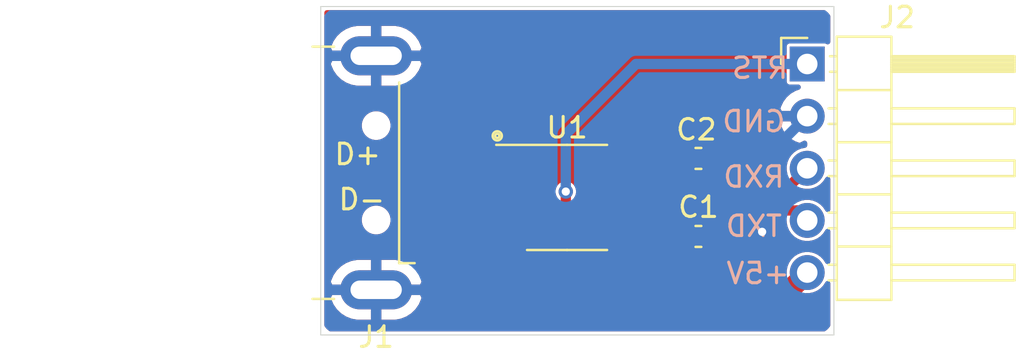
<source format=kicad_pcb>
(kicad_pcb (version 20171130) (host pcbnew "(5.1.9)-1")

  (general
    (thickness 1.6)
    (drawings 17)
    (tracks 36)
    (zones 0)
    (modules 5)
    (nets 9)
  )

  (page A4)
  (layers
    (0 F.Cu signal)
    (31 B.Cu signal)
    (32 B.Adhes user)
    (33 F.Adhes user)
    (34 B.Paste user)
    (35 F.Paste user)
    (36 B.SilkS user)
    (37 F.SilkS user)
    (38 B.Mask user)
    (39 F.Mask user)
    (40 Dwgs.User user)
    (41 Cmts.User user)
    (42 Eco1.User user)
    (43 Eco2.User user)
    (44 Edge.Cuts user)
    (45 Margin user)
    (46 B.CrtYd user)
    (47 F.CrtYd user)
    (48 B.Fab user hide)
    (49 F.Fab user hide)
  )

  (setup
    (last_trace_width 0.25)
    (user_trace_width 0.25)
    (user_trace_width 0.35)
    (user_trace_width 0.5)
    (user_trace_width 0.6)
    (user_trace_width 0.8)
    (user_trace_width 1)
    (user_trace_width 1.5)
    (user_trace_width 2)
    (trace_clearance 0.15)
    (zone_clearance 0.508)
    (zone_45_only no)
    (trace_min 0.15)
    (via_size 0.7)
    (via_drill 0.4)
    (via_min_size 0.4)
    (via_min_drill 0.3)
    (user_via 0.7 0.4)
    (user_via 0.8 0.5)
    (user_via 0.9 0.6)
    (user_via 1 0.7)
    (uvia_size 0.3)
    (uvia_drill 0.1)
    (uvias_allowed no)
    (uvia_min_size 0.2)
    (uvia_min_drill 0.1)
    (edge_width 0.05)
    (segment_width 0.2)
    (pcb_text_width 0.3)
    (pcb_text_size 1.5 1.5)
    (mod_edge_width 0.12)
    (mod_text_size 1 1)
    (mod_text_width 0.15)
    (pad_size 1.524 1.524)
    (pad_drill 0.762)
    (pad_to_mask_clearance 0.05)
    (solder_mask_min_width 0.1)
    (aux_axis_origin 0 0)
    (grid_origin 100 100)
    (visible_elements 7FFFFFFF)
    (pcbplotparams
      (layerselection 0x010fc_ffffffff)
      (usegerberextensions false)
      (usegerberattributes true)
      (usegerberadvancedattributes true)
      (creategerberjobfile true)
      (excludeedgelayer true)
      (linewidth 0.100000)
      (plotframeref false)
      (viasonmask false)
      (mode 1)
      (useauxorigin false)
      (hpglpennumber 1)
      (hpglpenspeed 20)
      (hpglpendiameter 15.000000)
      (psnegative false)
      (psa4output false)
      (plotreference true)
      (plotvalue true)
      (plotinvisibletext false)
      (padsonsilk false)
      (subtractmaskfromsilk false)
      (outputformat 1)
      (mirror false)
      (drillshape 0)
      (scaleselection 1)
      (outputdirectory "gerber/"))
  )

  (net 0 "")
  (net 1 GND)
  (net 2 +5V)
  (net 3 /TXD)
  (net 4 /RXD)
  (net 5 /D-)
  (net 6 /D+)
  (net 7 /RTS)
  (net 8 /V3)

  (net_class Default "This is the default net class."
    (clearance 0.15)
    (trace_width 0.25)
    (via_dia 0.7)
    (via_drill 0.4)
    (uvia_dia 0.3)
    (uvia_drill 0.1)
    (diff_pair_width 0.254)
    (diff_pair_gap 0.15)
    (add_net +5V)
    (add_net /D+)
    (add_net /D-)
    (add_net /RTS)
    (add_net /RXD)
    (add_net /TXD)
    (add_net /V3)
    (add_net GND)
  )

  (module Package_SO:SOIC-8_3.9x4.9mm_P1.27mm (layer F.Cu) (tedit 5D9F72B1) (tstamp 603863D8)
    (at 112 93.3)
    (descr "SOIC, 8 Pin (JEDEC MS-012AA, https://www.analog.com/media/en/package-pcb-resources/package/pkg_pdf/soic_narrow-r/r_8.pdf), generated with kicad-footprint-generator ipc_gullwing_generator.py")
    (tags "SOIC SO")
    (path /6033338E)
    (attr smd)
    (fp_text reference U1 (at 0 -3.4) (layer F.SilkS)
      (effects (font (size 1 1) (thickness 0.15)))
    )
    (fp_text value CH330N (at 0 3.4) (layer F.Fab)
      (effects (font (size 1 1) (thickness 0.15)))
    )
    (fp_line (start 3.7 -2.7) (end -3.7 -2.7) (layer F.CrtYd) (width 0.05))
    (fp_line (start 3.7 2.7) (end 3.7 -2.7) (layer F.CrtYd) (width 0.05))
    (fp_line (start -3.7 2.7) (end 3.7 2.7) (layer F.CrtYd) (width 0.05))
    (fp_line (start -3.7 -2.7) (end -3.7 2.7) (layer F.CrtYd) (width 0.05))
    (fp_line (start -1.95 -1.475) (end -0.975 -2.45) (layer F.Fab) (width 0.1))
    (fp_line (start -1.95 2.45) (end -1.95 -1.475) (layer F.Fab) (width 0.1))
    (fp_line (start 1.95 2.45) (end -1.95 2.45) (layer F.Fab) (width 0.1))
    (fp_line (start 1.95 -2.45) (end 1.95 2.45) (layer F.Fab) (width 0.1))
    (fp_line (start -0.975 -2.45) (end 1.95 -2.45) (layer F.Fab) (width 0.1))
    (fp_line (start 0 -2.56) (end -3.45 -2.56) (layer F.SilkS) (width 0.12))
    (fp_line (start 0 -2.56) (end 1.95 -2.56) (layer F.SilkS) (width 0.12))
    (fp_line (start 0 2.56) (end -1.95 2.56) (layer F.SilkS) (width 0.12))
    (fp_line (start 0 2.56) (end 1.95 2.56) (layer F.SilkS) (width 0.12))
    (fp_text user %R (at 0 0) (layer F.Fab)
      (effects (font (size 0.98 0.98) (thickness 0.15)))
    )
    (pad 8 smd roundrect (at 2.475 -1.905) (size 1.95 0.6) (layers F.Cu F.Paste F.Mask) (roundrect_rratio 0.25)
      (net 8 /V3))
    (pad 7 smd roundrect (at 2.475 -0.635) (size 1.95 0.6) (layers F.Cu F.Paste F.Mask) (roundrect_rratio 0.25)
      (net 4 /RXD))
    (pad 6 smd roundrect (at 2.475 0.635) (size 1.95 0.6) (layers F.Cu F.Paste F.Mask) (roundrect_rratio 0.25)
      (net 3 /TXD))
    (pad 5 smd roundrect (at 2.475 1.905) (size 1.95 0.6) (layers F.Cu F.Paste F.Mask) (roundrect_rratio 0.25)
      (net 2 +5V))
    (pad 4 smd roundrect (at -2.475 1.905) (size 1.95 0.6) (layers F.Cu F.Paste F.Mask) (roundrect_rratio 0.25)
      (net 7 /RTS))
    (pad 3 smd roundrect (at -2.475 0.635) (size 1.95 0.6) (layers F.Cu F.Paste F.Mask) (roundrect_rratio 0.25)
      (net 1 GND))
    (pad 2 smd roundrect (at -2.475 -0.635) (size 1.95 0.6) (layers F.Cu F.Paste F.Mask) (roundrect_rratio 0.25)
      (net 5 /D-))
    (pad 1 smd roundrect (at -2.475 -1.905) (size 1.95 0.6) (layers F.Cu F.Paste F.Mask) (roundrect_rratio 0.25)
      (net 6 /D+))
    (model ${KISYS3DMOD}/Package_SO.3dshapes/SOIC-8_3.9x4.9mm_P1.27mm.wrl
      (at (xyz 0 0 0))
      (scale (xyz 1 1 1))
      (rotate (xyz 0 0 0))
    )
  )

  (module Connector_PinHeader_2.54mm:PinHeader_1x05_P2.54mm_Horizontal (layer F.Cu) (tedit 59FED5CB) (tstamp 603863BE)
    (at 123.7 86.8)
    (descr "Through hole angled pin header, 1x05, 2.54mm pitch, 6mm pin length, single row")
    (tags "Through hole angled pin header THT 1x05 2.54mm single row")
    (path /6030F9A9)
    (fp_text reference J2 (at 4.385 -2.27) (layer F.SilkS)
      (effects (font (size 1 1) (thickness 0.15)))
    )
    (fp_text value Conn_01x05 (at 4.385 12.43) (layer F.Fab)
      (effects (font (size 1 1) (thickness 0.15)))
    )
    (fp_line (start 10.55 -1.8) (end -1.8 -1.8) (layer F.CrtYd) (width 0.05))
    (fp_line (start 10.55 11.95) (end 10.55 -1.8) (layer F.CrtYd) (width 0.05))
    (fp_line (start -1.8 11.95) (end 10.55 11.95) (layer F.CrtYd) (width 0.05))
    (fp_line (start -1.8 -1.8) (end -1.8 11.95) (layer F.CrtYd) (width 0.05))
    (fp_line (start -1.27 -1.27) (end 0 -1.27) (layer F.SilkS) (width 0.12))
    (fp_line (start -1.27 0) (end -1.27 -1.27) (layer F.SilkS) (width 0.12))
    (fp_line (start 1.042929 10.54) (end 1.44 10.54) (layer F.SilkS) (width 0.12))
    (fp_line (start 1.042929 9.78) (end 1.44 9.78) (layer F.SilkS) (width 0.12))
    (fp_line (start 10.1 10.54) (end 4.1 10.54) (layer F.SilkS) (width 0.12))
    (fp_line (start 10.1 9.78) (end 10.1 10.54) (layer F.SilkS) (width 0.12))
    (fp_line (start 4.1 9.78) (end 10.1 9.78) (layer F.SilkS) (width 0.12))
    (fp_line (start 1.44 8.89) (end 4.1 8.89) (layer F.SilkS) (width 0.12))
    (fp_line (start 1.042929 8) (end 1.44 8) (layer F.SilkS) (width 0.12))
    (fp_line (start 1.042929 7.24) (end 1.44 7.24) (layer F.SilkS) (width 0.12))
    (fp_line (start 10.1 8) (end 4.1 8) (layer F.SilkS) (width 0.12))
    (fp_line (start 10.1 7.24) (end 10.1 8) (layer F.SilkS) (width 0.12))
    (fp_line (start 4.1 7.24) (end 10.1 7.24) (layer F.SilkS) (width 0.12))
    (fp_line (start 1.44 6.35) (end 4.1 6.35) (layer F.SilkS) (width 0.12))
    (fp_line (start 1.042929 5.46) (end 1.44 5.46) (layer F.SilkS) (width 0.12))
    (fp_line (start 1.042929 4.7) (end 1.44 4.7) (layer F.SilkS) (width 0.12))
    (fp_line (start 10.1 5.46) (end 4.1 5.46) (layer F.SilkS) (width 0.12))
    (fp_line (start 10.1 4.7) (end 10.1 5.46) (layer F.SilkS) (width 0.12))
    (fp_line (start 4.1 4.7) (end 10.1 4.7) (layer F.SilkS) (width 0.12))
    (fp_line (start 1.44 3.81) (end 4.1 3.81) (layer F.SilkS) (width 0.12))
    (fp_line (start 1.042929 2.92) (end 1.44 2.92) (layer F.SilkS) (width 0.12))
    (fp_line (start 1.042929 2.16) (end 1.44 2.16) (layer F.SilkS) (width 0.12))
    (fp_line (start 10.1 2.92) (end 4.1 2.92) (layer F.SilkS) (width 0.12))
    (fp_line (start 10.1 2.16) (end 10.1 2.92) (layer F.SilkS) (width 0.12))
    (fp_line (start 4.1 2.16) (end 10.1 2.16) (layer F.SilkS) (width 0.12))
    (fp_line (start 1.44 1.27) (end 4.1 1.27) (layer F.SilkS) (width 0.12))
    (fp_line (start 1.11 0.38) (end 1.44 0.38) (layer F.SilkS) (width 0.12))
    (fp_line (start 1.11 -0.38) (end 1.44 -0.38) (layer F.SilkS) (width 0.12))
    (fp_line (start 4.1 0.28) (end 10.1 0.28) (layer F.SilkS) (width 0.12))
    (fp_line (start 4.1 0.16) (end 10.1 0.16) (layer F.SilkS) (width 0.12))
    (fp_line (start 4.1 0.04) (end 10.1 0.04) (layer F.SilkS) (width 0.12))
    (fp_line (start 4.1 -0.08) (end 10.1 -0.08) (layer F.SilkS) (width 0.12))
    (fp_line (start 4.1 -0.2) (end 10.1 -0.2) (layer F.SilkS) (width 0.12))
    (fp_line (start 4.1 -0.32) (end 10.1 -0.32) (layer F.SilkS) (width 0.12))
    (fp_line (start 10.1 0.38) (end 4.1 0.38) (layer F.SilkS) (width 0.12))
    (fp_line (start 10.1 -0.38) (end 10.1 0.38) (layer F.SilkS) (width 0.12))
    (fp_line (start 4.1 -0.38) (end 10.1 -0.38) (layer F.SilkS) (width 0.12))
    (fp_line (start 4.1 -1.33) (end 1.44 -1.33) (layer F.SilkS) (width 0.12))
    (fp_line (start 4.1 11.49) (end 4.1 -1.33) (layer F.SilkS) (width 0.12))
    (fp_line (start 1.44 11.49) (end 4.1 11.49) (layer F.SilkS) (width 0.12))
    (fp_line (start 1.44 -1.33) (end 1.44 11.49) (layer F.SilkS) (width 0.12))
    (fp_line (start 4.04 10.48) (end 10.04 10.48) (layer F.Fab) (width 0.1))
    (fp_line (start 10.04 9.84) (end 10.04 10.48) (layer F.Fab) (width 0.1))
    (fp_line (start 4.04 9.84) (end 10.04 9.84) (layer F.Fab) (width 0.1))
    (fp_line (start -0.32 10.48) (end 1.5 10.48) (layer F.Fab) (width 0.1))
    (fp_line (start -0.32 9.84) (end -0.32 10.48) (layer F.Fab) (width 0.1))
    (fp_line (start -0.32 9.84) (end 1.5 9.84) (layer F.Fab) (width 0.1))
    (fp_line (start 4.04 7.94) (end 10.04 7.94) (layer F.Fab) (width 0.1))
    (fp_line (start 10.04 7.3) (end 10.04 7.94) (layer F.Fab) (width 0.1))
    (fp_line (start 4.04 7.3) (end 10.04 7.3) (layer F.Fab) (width 0.1))
    (fp_line (start -0.32 7.94) (end 1.5 7.94) (layer F.Fab) (width 0.1))
    (fp_line (start -0.32 7.3) (end -0.32 7.94) (layer F.Fab) (width 0.1))
    (fp_line (start -0.32 7.3) (end 1.5 7.3) (layer F.Fab) (width 0.1))
    (fp_line (start 4.04 5.4) (end 10.04 5.4) (layer F.Fab) (width 0.1))
    (fp_line (start 10.04 4.76) (end 10.04 5.4) (layer F.Fab) (width 0.1))
    (fp_line (start 4.04 4.76) (end 10.04 4.76) (layer F.Fab) (width 0.1))
    (fp_line (start -0.32 5.4) (end 1.5 5.4) (layer F.Fab) (width 0.1))
    (fp_line (start -0.32 4.76) (end -0.32 5.4) (layer F.Fab) (width 0.1))
    (fp_line (start -0.32 4.76) (end 1.5 4.76) (layer F.Fab) (width 0.1))
    (fp_line (start 4.04 2.86) (end 10.04 2.86) (layer F.Fab) (width 0.1))
    (fp_line (start 10.04 2.22) (end 10.04 2.86) (layer F.Fab) (width 0.1))
    (fp_line (start 4.04 2.22) (end 10.04 2.22) (layer F.Fab) (width 0.1))
    (fp_line (start -0.32 2.86) (end 1.5 2.86) (layer F.Fab) (width 0.1))
    (fp_line (start -0.32 2.22) (end -0.32 2.86) (layer F.Fab) (width 0.1))
    (fp_line (start -0.32 2.22) (end 1.5 2.22) (layer F.Fab) (width 0.1))
    (fp_line (start 4.04 0.32) (end 10.04 0.32) (layer F.Fab) (width 0.1))
    (fp_line (start 10.04 -0.32) (end 10.04 0.32) (layer F.Fab) (width 0.1))
    (fp_line (start 4.04 -0.32) (end 10.04 -0.32) (layer F.Fab) (width 0.1))
    (fp_line (start -0.32 0.32) (end 1.5 0.32) (layer F.Fab) (width 0.1))
    (fp_line (start -0.32 -0.32) (end -0.32 0.32) (layer F.Fab) (width 0.1))
    (fp_line (start -0.32 -0.32) (end 1.5 -0.32) (layer F.Fab) (width 0.1))
    (fp_line (start 1.5 -0.635) (end 2.135 -1.27) (layer F.Fab) (width 0.1))
    (fp_line (start 1.5 11.43) (end 1.5 -0.635) (layer F.Fab) (width 0.1))
    (fp_line (start 4.04 11.43) (end 1.5 11.43) (layer F.Fab) (width 0.1))
    (fp_line (start 4.04 -1.27) (end 4.04 11.43) (layer F.Fab) (width 0.1))
    (fp_line (start 2.135 -1.27) (end 4.04 -1.27) (layer F.Fab) (width 0.1))
    (fp_text user %R (at 2.77 5.08 90) (layer F.Fab)
      (effects (font (size 1 1) (thickness 0.15)))
    )
    (pad 5 thru_hole oval (at 0 10.16) (size 1.7 1.7) (drill 1) (layers *.Cu *.Mask)
      (net 2 +5V))
    (pad 4 thru_hole oval (at 0 7.62) (size 1.7 1.7) (drill 1) (layers *.Cu *.Mask)
      (net 3 /TXD))
    (pad 3 thru_hole oval (at 0 5.08) (size 1.7 1.7) (drill 1) (layers *.Cu *.Mask)
      (net 4 /RXD))
    (pad 2 thru_hole oval (at 0 2.54) (size 1.7 1.7) (drill 1) (layers *.Cu *.Mask)
      (net 1 GND))
    (pad 1 thru_hole rect (at 0 0) (size 1.7 1.7) (drill 1) (layers *.Cu *.Mask)
      (net 7 /RTS))
    (model ${KISYS3DMOD}/Connector_PinHeader_2.54mm.3dshapes/PinHeader_1x05_P2.54mm_Horizontal.wrl
      (at (xyz 0 0 0))
      (scale (xyz 1 1 1))
      (rotate (xyz 0 0 0))
    )
  )

  (module Connector_USB:USB_A_CNCTech_1001-011-01101_Horizontal (layer F.Cu) (tedit 5E754393) (tstamp 60386364)
    (at 95.8 92.1 180)
    (descr "USB type A Plug, Horizontal, http://cnctech.us/pdfs/1001-011-01101.pdf")
    (tags USB-A)
    (path /603092AE)
    (attr smd)
    (fp_text reference J1 (at -6.9 -8) (layer F.SilkS)
      (effects (font (size 1 1) (thickness 0.15)))
    )
    (fp_text value USB_A (at 0 8 180) (layer F.Fab)
      (effects (font (size 1 1) (thickness 0.15)))
    )
    (fp_line (start -7.25 -4) (end -7.25 -3.05) (layer F.Fab) (width 0.1))
    (fp_line (start -7.75 -3.5) (end -7.25 -4) (layer F.Fab) (width 0.1))
    (fp_line (start -7.75 -3.5) (end -7.25 -3) (layer F.Fab) (width 0.1))
    (fp_line (start -8.02 -4.4) (end -8.775 -4.4) (layer F.SilkS) (width 0.12))
    (fp_line (start -11.4 4.55) (end -9.15 4.55) (layer F.CrtYd) (width 0.05))
    (fp_line (start -9.15 4.55) (end -9.15 7.15) (layer F.CrtYd) (width 0.05))
    (fp_line (start -9.15 7.15) (end -4.65 7.15) (layer F.CrtYd) (width 0.05))
    (fp_line (start -4.65 7.15) (end -4.65 6.52) (layer F.CrtYd) (width 0.05))
    (fp_line (start -4.65 6.52) (end 11.4 6.52) (layer F.CrtYd) (width 0.05))
    (fp_line (start 11.4 6.52) (end 11.4 -6.52) (layer F.CrtYd) (width 0.05))
    (fp_line (start -4.65 -6.52) (end 11.4 -6.52) (layer F.CrtYd) (width 0.05))
    (fp_line (start -4.65 -6.52) (end -4.65 -7.15) (layer F.CrtYd) (width 0.05))
    (fp_line (start -9.15 -7.15) (end -4.65 -7.15) (layer F.CrtYd) (width 0.05))
    (fp_line (start -9.15 -7.15) (end -9.15 -4.55) (layer F.CrtYd) (width 0.05))
    (fp_line (start -11.4 -4.55) (end -9.15 -4.55) (layer F.CrtYd) (width 0.05))
    (fp_line (start -11.4 4.55) (end -11.4 -4.55) (layer F.CrtYd) (width 0.05))
    (fp_line (start -4.85 6.145) (end -3.8 6.145) (layer F.SilkS) (width 0.12))
    (fp_line (start -4.85 -6.145) (end -3.8 -6.145) (layer F.SilkS) (width 0.12))
    (fp_line (start -3.8 6.025) (end -3.8 -6.025) (layer Dwgs.User) (width 0.1))
    (fp_line (start -8.02 -4.4) (end -8.02 4.4) (layer F.SilkS) (width 0.12))
    (fp_circle (center -6.9 2.3) (end -6.9 2.8) (layer F.Fab) (width 0.1))
    (fp_circle (center -6.9 -2.3) (end -6.9 -2.8) (layer F.Fab) (width 0.1))
    (fp_line (start -10.4 -3.25) (end -7.9 -3.25) (layer F.Fab) (width 0.1))
    (fp_line (start -10.4 -3.25) (end -10.4 -3.75) (layer F.Fab) (width 0.1))
    (fp_line (start -10.4 -3.75) (end -7.9 -3.75) (layer F.Fab) (width 0.1))
    (fp_line (start -10.4 -1.25) (end -7.9 -1.25) (layer F.Fab) (width 0.1))
    (fp_line (start -10.4 -0.75) (end -7.9 -0.75) (layer F.Fab) (width 0.1))
    (fp_line (start -10.4 -0.75) (end -10.4 -1.25) (layer F.Fab) (width 0.1))
    (fp_line (start -10.4 1.25) (end -7.9 1.25) (layer F.Fab) (width 0.1))
    (fp_line (start -10.4 1.25) (end -10.4 0.75) (layer F.Fab) (width 0.1))
    (fp_line (start -10.4 0.75) (end -7.9 0.75) (layer F.Fab) (width 0.1))
    (fp_line (start -10.4 3.75) (end -7.9 3.75) (layer F.Fab) (width 0.1))
    (fp_line (start -10.4 3.25) (end -7.9 3.25) (layer F.Fab) (width 0.1))
    (fp_line (start -10.4 3.75) (end -10.4 3.25) (layer F.Fab) (width 0.1))
    (fp_line (start 10.9 6.025) (end 10.9 -6.025) (layer F.Fab) (width 0.1))
    (fp_line (start -7.9 6.025) (end 10.9 6.025) (layer F.Fab) (width 0.1))
    (fp_line (start -7.9 -6.025) (end 10.9 -6.025) (layer F.Fab) (width 0.1))
    (fp_line (start -7.9 6.025) (end -7.9 -6.025) (layer F.Fab) (width 0.1))
    (fp_text user %R (at -6 0 90) (layer F.Fab)
      (effects (font (size 1 1) (thickness 0.15)))
    )
    (fp_text user "PCB Edge" (at -4.55 -0.05 90) (layer Dwgs.User)
      (effects (font (size 0.6 0.6) (thickness 0.09)))
    )
    (pad "" np_thru_hole circle (at -6.9 2.3 180) (size 1.1 1.1) (drill 1.1) (layers *.Cu *.Mask))
    (pad "" np_thru_hole circle (at -6.9 -2.3 180) (size 1.1 1.1) (drill 1.1) (layers *.Cu *.Mask))
    (pad 5 thru_hole oval (at -6.9 5.7 180) (size 3.5 1.9) (drill oval 2.5 0.9) (layers *.Cu *.Mask)
      (net 1 GND))
    (pad 5 thru_hole oval (at -6.9 -5.7 180) (size 3.5 1.9) (drill oval 2.5 0.9) (layers *.Cu *.Mask)
      (net 1 GND))
    (pad 4 smd rect (at -9.65 3.5 180) (size 2.5 1.1) (layers F.Cu F.Paste F.Mask)
      (net 1 GND))
    (pad 1 smd rect (at -9.65 -3.5 180) (size 2.5 1.1) (layers F.Cu F.Paste F.Mask)
      (net 2 +5V))
    (pad 3 smd rect (at -9.65 1 180) (size 2.5 1.1) (layers F.Cu F.Paste F.Mask)
      (net 6 /D+))
    (pad 2 smd rect (at -9.65 -1 180) (size 2.5 1.1) (layers F.Cu F.Paste F.Mask)
      (net 5 /D-))
    (model ${KISYS3DMOD}/Connector_USB.3dshapes/USB_A_CNCTech_1001-011-01101_Horizontal.wrl
      (at (xyz 0 0 0))
      (scale (xyz 1 1 1))
      (rotate (xyz 0 0 0))
    )
  )

  (module Capacitor_SMD:C_0603_1608Metric (layer F.Cu) (tedit 5F68FEEE) (tstamp 60386330)
    (at 118.4 91.4)
    (descr "Capacitor SMD 0603 (1608 Metric), square (rectangular) end terminal, IPC_7351 nominal, (Body size source: IPC-SM-782 page 76, https://www.pcb-3d.com/wordpress/wp-content/uploads/ipc-sm-782a_amendment_1_and_2.pdf), generated with kicad-footprint-generator")
    (tags capacitor)
    (path /6030B10E)
    (attr smd)
    (fp_text reference C2 (at -0.1 -1.4) (layer F.SilkS)
      (effects (font (size 1 1) (thickness 0.15)))
    )
    (fp_text value 104 (at 0 1.43) (layer F.Fab)
      (effects (font (size 1 1) (thickness 0.15)))
    )
    (fp_line (start 1.48 0.73) (end -1.48 0.73) (layer F.CrtYd) (width 0.05))
    (fp_line (start 1.48 -0.73) (end 1.48 0.73) (layer F.CrtYd) (width 0.05))
    (fp_line (start -1.48 -0.73) (end 1.48 -0.73) (layer F.CrtYd) (width 0.05))
    (fp_line (start -1.48 0.73) (end -1.48 -0.73) (layer F.CrtYd) (width 0.05))
    (fp_line (start -0.14058 0.51) (end 0.14058 0.51) (layer F.SilkS) (width 0.12))
    (fp_line (start -0.14058 -0.51) (end 0.14058 -0.51) (layer F.SilkS) (width 0.12))
    (fp_line (start 0.8 0.4) (end -0.8 0.4) (layer F.Fab) (width 0.1))
    (fp_line (start 0.8 -0.4) (end 0.8 0.4) (layer F.Fab) (width 0.1))
    (fp_line (start -0.8 -0.4) (end 0.8 -0.4) (layer F.Fab) (width 0.1))
    (fp_line (start -0.8 0.4) (end -0.8 -0.4) (layer F.Fab) (width 0.1))
    (fp_text user %R (at 0 0) (layer F.Fab)
      (effects (font (size 0.4 0.4) (thickness 0.06)))
    )
    (pad 2 smd roundrect (at 0.775 0) (size 0.9 0.95) (layers F.Cu F.Paste F.Mask) (roundrect_rratio 0.25)
      (net 1 GND))
    (pad 1 smd roundrect (at -0.775 0) (size 0.9 0.95) (layers F.Cu F.Paste F.Mask) (roundrect_rratio 0.25)
      (net 8 /V3))
    (model ${KISYS3DMOD}/Capacitor_SMD.3dshapes/C_0603_1608Metric.wrl
      (at (xyz 0 0 0))
      (scale (xyz 1 1 1))
      (rotate (xyz 0 0 0))
    )
  )

  (module Capacitor_SMD:C_0603_1608Metric (layer F.Cu) (tedit 5F68FEEE) (tstamp 6038631F)
    (at 118.4 95.2)
    (descr "Capacitor SMD 0603 (1608 Metric), square (rectangular) end terminal, IPC_7351 nominal, (Body size source: IPC-SM-782 page 76, https://www.pcb-3d.com/wordpress/wp-content/uploads/ipc-sm-782a_amendment_1_and_2.pdf), generated with kicad-footprint-generator")
    (tags capacitor)
    (path /6030BABB)
    (attr smd)
    (fp_text reference C1 (at 0 -1.43) (layer F.SilkS)
      (effects (font (size 1 1) (thickness 0.15)))
    )
    (fp_text value 104 (at 0 1.43) (layer F.Fab)
      (effects (font (size 1 1) (thickness 0.15)))
    )
    (fp_line (start 1.48 0.73) (end -1.48 0.73) (layer F.CrtYd) (width 0.05))
    (fp_line (start 1.48 -0.73) (end 1.48 0.73) (layer F.CrtYd) (width 0.05))
    (fp_line (start -1.48 -0.73) (end 1.48 -0.73) (layer F.CrtYd) (width 0.05))
    (fp_line (start -1.48 0.73) (end -1.48 -0.73) (layer F.CrtYd) (width 0.05))
    (fp_line (start -0.14058 0.51) (end 0.14058 0.51) (layer F.SilkS) (width 0.12))
    (fp_line (start -0.14058 -0.51) (end 0.14058 -0.51) (layer F.SilkS) (width 0.12))
    (fp_line (start 0.8 0.4) (end -0.8 0.4) (layer F.Fab) (width 0.1))
    (fp_line (start 0.8 -0.4) (end 0.8 0.4) (layer F.Fab) (width 0.1))
    (fp_line (start -0.8 -0.4) (end 0.8 -0.4) (layer F.Fab) (width 0.1))
    (fp_line (start -0.8 0.4) (end -0.8 -0.4) (layer F.Fab) (width 0.1))
    (fp_text user %R (at 0 0) (layer F.Fab)
      (effects (font (size 0.4 0.4) (thickness 0.06)))
    )
    (pad 2 smd roundrect (at 0.775 0) (size 0.9 0.95) (layers F.Cu F.Paste F.Mask) (roundrect_rratio 0.25)
      (net 1 GND))
    (pad 1 smd roundrect (at -0.775 0) (size 0.9 0.95) (layers F.Cu F.Paste F.Mask) (roundrect_rratio 0.25)
      (net 2 +5V))
    (model ${KISYS3DMOD}/Capacitor_SMD.3dshapes/C_0603_1608Metric.wrl
      (at (xyz 0 0 0))
      (scale (xyz 1 1 1))
      (rotate (xyz 0 0 0))
    )
  )

  (gr_circle (center 108.6 90.3) (end 108.6 90.2) (layer F.SilkS) (width 0.12))
  (gr_circle (center 108.6 90.3) (end 108.8 90.2) (layer F.SilkS) (width 0.12))
  (gr_text D- (at 102 93.4) (layer F.SilkS)
    (effects (font (size 1 1) (thickness 0.15)))
  )
  (gr_text "D+\n" (at 101.8 91.2) (layer F.SilkS)
    (effects (font (size 1 1) (thickness 0.15)))
  )
  (gr_text +5V (at 121.3 97) (layer B.SilkS)
    (effects (font (size 1 1) (thickness 0.15)) (justify mirror))
  )
  (gr_text TXD (at 121.1 94.7) (layer B.SilkS)
    (effects (font (size 1 1) (thickness 0.15)) (justify mirror))
  )
  (gr_text RXD (at 121.1 92.3) (layer B.SilkS)
    (effects (font (size 1 1) (thickness 0.15)) (justify mirror))
  )
  (gr_text "GND\n" (at 121.1 89.6) (layer B.SilkS)
    (effects (font (size 1 1) (thickness 0.15)) (justify mirror))
  )
  (gr_text RTS (at 121.4 87) (layer B.SilkS)
    (effects (font (size 1 1) (thickness 0.15)) (justify mirror))
  )
  (gr_line (start 100.3 84.3) (end 100.3 99.7) (layer Margin) (width 0.15) (tstamp 6031435E))
  (gr_line (start 124.7 84.3) (end 100.3 84.3) (layer Margin) (width 0.15))
  (gr_line (start 124.7 99.7) (end 124.7 84.3) (layer Margin) (width 0.15))
  (gr_line (start 100 84) (end 100 100) (layer Edge.Cuts) (width 0.05) (tstamp 6030B8FD))
  (gr_line (start 100.3 99.7) (end 124.7 99.7) (layer Margin) (width 0.15))
  (gr_line (start 125 84) (end 100 84) (layer Edge.Cuts) (width 0.05))
  (gr_line (start 125 100) (end 125 84) (layer Edge.Cuts) (width 0.05))
  (gr_line (start 100 100) (end 125 100) (layer Edge.Cuts) (width 0.05))

  (via (at 121.502699 94.975504) (size 0.7) (drill 0.4) (layers F.Cu B.Cu) (net 1))
  (segment (start 119.399496 94.975504) (end 121.502699 94.975504) (width 0.5) (layer F.Cu) (net 1))
  (segment (start 119.175 95.2) (end 119.399496 94.975504) (width 0.5) (layer F.Cu) (net 1))
  (segment (start 121.502699 91.537301) (end 123.7 89.34) (width 0.5) (layer B.Cu) (net 1))
  (segment (start 121.502699 94.975504) (end 121.502699 91.537301) (width 0.5) (layer B.Cu) (net 1))
  (segment (start 105.45 95.6) (end 105.45 96.65) (width 1) (layer F.Cu) (net 2))
  (segment (start 105.45 96.65) (end 107.2 98.4) (width 1) (layer F.Cu) (net 2))
  (segment (start 122.26 98.4) (end 123.7 96.96) (width 1) (layer F.Cu) (net 2))
  (segment (start 117.6 98.4) (end 122.26 98.4) (width 1) (layer F.Cu) (net 2))
  (segment (start 107.2 98.4) (end 117.6 98.4) (width 1) (layer F.Cu) (net 2))
  (segment (start 117.62 95.205) (end 117.625 95.2) (width 0.6) (layer F.Cu) (net 2))
  (segment (start 114.475 95.205) (end 117.62 95.205) (width 0.6) (layer F.Cu) (net 2))
  (segment (start 117.625 98.375) (end 117.6 98.4) (width 0.5) (layer F.Cu) (net 2))
  (segment (start 117.625 95.2) (end 117.625 98.375) (width 0.5) (layer F.Cu) (net 2))
  (segment (start 123.215 93.935) (end 123.7 94.42) (width 0.5) (layer F.Cu) (net 3))
  (segment (start 114.475 93.935) (end 123.215 93.935) (width 0.5) (layer F.Cu) (net 3))
  (segment (start 122.915 92.665) (end 123.7 91.88) (width 0.5) (layer F.Cu) (net 4))
  (segment (start 114.475 92.665) (end 122.915 92.665) (width 0.5) (layer F.Cu) (net 4))
  (segment (start 109.49 92.7) (end 109.525 92.665) (width 0.254) (layer F.Cu) (net 5))
  (segment (start 105.85 92.7) (end 109.49 92.7) (width 0.254) (layer F.Cu) (net 5))
  (segment (start 105.45 93.1) (end 105.85 92.7) (width 0.254) (layer F.Cu) (net 5))
  (segment (start 105.45 91.1) (end 105.9 91.1) (width 0.35) (layer F.Cu) (net 6))
  (segment (start 108.829171 91.395) (end 109.525 91.395) (width 0.254) (layer F.Cu) (net 6))
  (segment (start 105.85 91.5) (end 108.724171 91.5) (width 0.254) (layer F.Cu) (net 6))
  (segment (start 108.724171 91.5) (end 108.829171 91.395) (width 0.254) (layer F.Cu) (net 6))
  (segment (start 105.45 91.1) (end 105.85 91.5) (width 0.254) (layer F.Cu) (net 6))
  (segment (start 123.6 86.7) (end 123.7 86.8) (width 0.6) (layer F.Cu) (net 7))
  (via (at 111.938 93.015) (size 0.7) (drill 0.4) (layers F.Cu B.Cu) (net 7))
  (segment (start 111.938 93.767) (end 111.938 93.015) (width 0.5) (layer F.Cu) (net 7))
  (segment (start 110.5 95.205) (end 111.938 93.767) (width 0.5) (layer F.Cu) (net 7))
  (segment (start 109.525 95.205) (end 110.5 95.205) (width 0.5) (layer F.Cu) (net 7))
  (segment (start 115.359 86.8) (end 123.7 86.8) (width 0.5) (layer B.Cu) (net 7))
  (segment (start 111.938 90.221) (end 115.359 86.8) (width 0.5) (layer B.Cu) (net 7))
  (segment (start 111.938 93.015) (end 111.938 90.221) (width 0.5) (layer B.Cu) (net 7))
  (segment (start 117.62 91.395) (end 117.625 91.4) (width 0.6) (layer F.Cu) (net 8))
  (segment (start 114.475 91.395) (end 117.62 91.395) (width 0.6) (layer F.Cu) (net 8))

  (zone (net 1) (net_name GND) (layer F.Cu) (tstamp 6035168C) (hatch edge 0.508)
    (connect_pads (clearance 0.15))
    (min_thickness 0.254)
    (fill yes (arc_segments 32) (thermal_gap 0.508) (thermal_bridge_width 0.508) (smoothing fillet) (radius 1))
    (polygon
      (pts
        (xy 125 100) (xy 100 100) (xy 100 84) (xy 100.1 84.1) (xy 125 84)
      )
    )
    (filled_polygon
      (pts
        (xy 124.615627 84.385919) (xy 124.698001 84.485932) (xy 124.698001 85.715022) (xy 124.656516 85.692847) (xy 124.604301 85.677008)
        (xy 124.55 85.67166) (xy 122.85 85.67166) (xy 122.795699 85.677008) (xy 122.743484 85.692847) (xy 122.695363 85.718569)
        (xy 122.653184 85.753184) (xy 122.618569 85.795363) (xy 122.592847 85.843484) (xy 122.577008 85.895699) (xy 122.57166 85.95)
        (xy 122.57166 87.65) (xy 122.577008 87.704301) (xy 122.592847 87.756516) (xy 122.618569 87.804637) (xy 122.653184 87.846816)
        (xy 122.695363 87.881431) (xy 122.743484 87.907153) (xy 122.795699 87.922992) (xy 122.85 87.92834) (xy 123.259042 87.92834)
        (xy 123.068748 87.995843) (xy 122.818645 88.144822) (xy 122.602412 88.339731) (xy 122.428359 88.57308) (xy 122.303175 88.835901)
        (xy 122.258524 88.98311) (xy 122.379845 89.213) (xy 123.573 89.213) (xy 123.573 89.193) (xy 123.827 89.193)
        (xy 123.827 89.213) (xy 123.847 89.213) (xy 123.847 89.467) (xy 123.827 89.467) (xy 123.827 89.487)
        (xy 123.573 89.487) (xy 123.573 89.467) (xy 122.379845 89.467) (xy 122.258524 89.69689) (xy 122.303175 89.844099)
        (xy 122.428359 90.10692) (xy 122.602412 90.340269) (xy 122.818645 90.535178) (xy 123.068748 90.684157) (xy 123.343109 90.781481)
        (xy 123.572998 90.660815) (xy 123.572998 90.756183) (xy 123.371266 90.79631) (xy 123.166165 90.881266) (xy 122.981579 91.004602)
        (xy 122.824602 91.161579) (xy 122.701266 91.346165) (xy 122.61631 91.551266) (xy 122.573 91.769) (xy 122.573 91.991)
        (xy 122.60224 92.138) (xy 120.204442 92.138) (xy 120.214502 92.11918) (xy 120.250812 91.999482) (xy 120.263072 91.875)
        (xy 120.26 91.68575) (xy 120.10125 91.527) (xy 119.302 91.527) (xy 119.302 91.547) (xy 119.048 91.547)
        (xy 119.048 91.527) (xy 119.028 91.527) (xy 119.028 91.273) (xy 119.048 91.273) (xy 119.048 90.44875)
        (xy 119.302 90.44875) (xy 119.302 91.273) (xy 120.10125 91.273) (xy 120.26 91.11425) (xy 120.263072 90.925)
        (xy 120.250812 90.800518) (xy 120.214502 90.68082) (xy 120.155537 90.570506) (xy 120.076185 90.473815) (xy 119.979494 90.394463)
        (xy 119.86918 90.335498) (xy 119.749482 90.299188) (xy 119.625 90.286928) (xy 119.46075 90.29) (xy 119.302 90.44875)
        (xy 119.048 90.44875) (xy 118.88925 90.29) (xy 118.725 90.286928) (xy 118.600518 90.299188) (xy 118.48082 90.335498)
        (xy 118.370506 90.394463) (xy 118.273815 90.473815) (xy 118.194463 90.570506) (xy 118.135498 90.68082) (xy 118.121455 90.727113)
        (xy 118.04262 90.684974) (xy 117.948197 90.656332) (xy 117.85 90.64666) (xy 117.4 90.64666) (xy 117.301803 90.656332)
        (xy 117.20738 90.684974) (xy 117.120359 90.731488) (xy 117.044085 90.794085) (xy 117.024458 90.818) (xy 115.313606 90.818)
        (xy 115.3 90.81666) (xy 113.65 90.81666) (xy 113.566435 90.82489) (xy 113.486081 90.849265) (xy 113.412027 90.888848)
        (xy 113.347118 90.942118) (xy 113.293848 91.007027) (xy 113.254265 91.081081) (xy 113.22989 91.161435) (xy 113.22166 91.245)
        (xy 113.22166 91.545) (xy 113.22989 91.628565) (xy 113.254265 91.708919) (xy 113.293848 91.782973) (xy 113.347118 91.847882)
        (xy 113.412027 91.901152) (xy 113.486081 91.940735) (xy 113.566435 91.96511) (xy 113.65 91.97334) (xy 115.3 91.97334)
        (xy 115.313606 91.972) (xy 117.016251 91.972) (xy 117.044085 92.005915) (xy 117.120359 92.068512) (xy 117.20738 92.115026)
        (xy 117.283118 92.138) (xy 115.498969 92.138) (xy 115.463919 92.119265) (xy 115.383565 92.09489) (xy 115.3 92.08666)
        (xy 113.65 92.08666) (xy 113.566435 92.09489) (xy 113.486081 92.119265) (xy 113.412027 92.158848) (xy 113.347118 92.212118)
        (xy 113.293848 92.277027) (xy 113.254265 92.351081) (xy 113.22989 92.431435) (xy 113.22166 92.515) (xy 113.22166 92.815)
        (xy 113.22989 92.898565) (xy 113.254265 92.978919) (xy 113.293848 93.052973) (xy 113.347118 93.117882) (xy 113.412027 93.171152)
        (xy 113.486081 93.210735) (xy 113.566435 93.23511) (xy 113.65 93.24334) (xy 115.3 93.24334) (xy 115.383565 93.23511)
        (xy 115.463919 93.210735) (xy 115.498969 93.192) (xy 122.889119 93.192) (xy 122.915 93.194549) (xy 122.940881 93.192)
        (xy 123.01831 93.184374) (xy 123.11765 93.154239) (xy 123.209202 93.105304) (xy 123.289448 93.039448) (xy 123.305955 93.019334)
        (xy 123.364431 92.960859) (xy 123.371266 92.96369) (xy 123.589 93.007) (xy 123.811 93.007) (xy 124.028734 92.96369)
        (xy 124.233835 92.878734) (xy 124.418421 92.755398) (xy 124.575398 92.598421) (xy 124.698 92.414933) (xy 124.698 93.885067)
        (xy 124.575398 93.701579) (xy 124.418421 93.544602) (xy 124.233835 93.421266) (xy 124.028734 93.33631) (xy 123.811 93.293)
        (xy 123.589 93.293) (xy 123.371266 93.33631) (xy 123.201022 93.406828) (xy 123.189119 93.408) (xy 115.498969 93.408)
        (xy 115.463919 93.389265) (xy 115.383565 93.36489) (xy 115.3 93.35666) (xy 113.65 93.35666) (xy 113.566435 93.36489)
        (xy 113.486081 93.389265) (xy 113.412027 93.428848) (xy 113.347118 93.482118) (xy 113.293848 93.547027) (xy 113.254265 93.621081)
        (xy 113.22989 93.701435) (xy 113.22166 93.785) (xy 113.22166 94.085) (xy 113.22989 94.168565) (xy 113.254265 94.248919)
        (xy 113.293848 94.322973) (xy 113.347118 94.387882) (xy 113.412027 94.441152) (xy 113.486081 94.480735) (xy 113.566435 94.50511)
        (xy 113.65 94.51334) (xy 115.3 94.51334) (xy 115.383565 94.50511) (xy 115.463919 94.480735) (xy 115.498969 94.462)
        (xy 117.283118 94.462) (xy 117.20738 94.484974) (xy 117.120359 94.531488) (xy 117.044085 94.594085) (xy 117.016251 94.628)
        (xy 115.313606 94.628) (xy 115.3 94.62666) (xy 113.65 94.62666) (xy 113.566435 94.63489) (xy 113.486081 94.659265)
        (xy 113.412027 94.698848) (xy 113.347118 94.752118) (xy 113.293848 94.817027) (xy 113.254265 94.891081) (xy 113.22989 94.971435)
        (xy 113.22166 95.055) (xy 113.22166 95.355) (xy 113.22989 95.438565) (xy 113.254265 95.518919) (xy 113.293848 95.592973)
        (xy 113.347118 95.657882) (xy 113.412027 95.711152) (xy 113.486081 95.750735) (xy 113.566435 95.77511) (xy 113.65 95.78334)
        (xy 115.3 95.78334) (xy 115.313606 95.782) (xy 117.024458 95.782) (xy 117.044085 95.805915) (xy 117.098 95.850162)
        (xy 117.098001 97.623) (xy 107.521844 97.623) (xy 106.327183 96.42834) (xy 106.7 96.42834) (xy 106.754301 96.422992)
        (xy 106.806516 96.407153) (xy 106.854637 96.381431) (xy 106.896816 96.346816) (xy 106.931431 96.304637) (xy 106.957153 96.256516)
        (xy 106.972992 96.204301) (xy 106.97834 96.15) (xy 106.97834 95.05) (xy 106.972992 94.995699) (xy 106.957153 94.943484)
        (xy 106.931431 94.895363) (xy 106.896816 94.853184) (xy 106.854637 94.818569) (xy 106.806516 94.792847) (xy 106.754301 94.777008)
        (xy 106.7 94.77166) (xy 104.2 94.77166) (xy 104.145699 94.777008) (xy 104.093484 94.792847) (xy 104.045363 94.818569)
        (xy 104.003184 94.853184) (xy 103.968569 94.895363) (xy 103.942847 94.943484) (xy 103.927008 94.995699) (xy 103.92166 95.05)
        (xy 103.92166 96.15) (xy 103.927008 96.204301) (xy 103.942847 96.256516) (xy 103.95454 96.278392) (xy 103.933778 96.270232)
        (xy 103.627 96.215) (xy 102.827 96.215) (xy 102.827 97.673) (xy 104.920584 97.673) (xy 105.040586 97.427412)
        (xy 105.013264 97.312107) (xy 106.623592 98.922436) (xy 106.64792 98.95208) (xy 106.766234 99.049177) (xy 106.901216 99.121327)
        (xy 107.047681 99.165757) (xy 107.161834 99.177) (xy 107.161836 99.177) (xy 107.2 99.180759) (xy 107.238163 99.177)
        (xy 122.221837 99.177) (xy 122.26 99.180759) (xy 122.298163 99.177) (xy 122.298166 99.177) (xy 122.412319 99.165757)
        (xy 122.558784 99.121327) (xy 122.693766 99.049177) (xy 122.81208 98.95208) (xy 122.836412 98.922431) (xy 123.671844 98.087)
        (xy 123.811 98.087) (xy 124.028734 98.04369) (xy 124.233835 97.958734) (xy 124.418421 97.835398) (xy 124.575398 97.678421)
        (xy 124.698 97.494933) (xy 124.698 99.518013) (xy 124.61687 99.61687) (xy 124.518013 99.698) (xy 100.481987 99.698)
        (xy 100.38313 99.61687) (xy 100.302 99.518013) (xy 100.302 98.172588) (xy 100.359414 98.172588) (xy 100.387051 98.289221)
        (xy 100.511564 98.574983) (xy 100.689434 98.830962) (xy 100.913825 99.047322) (xy 101.176114 99.215748) (xy 101.466222 99.329768)
        (xy 101.773 99.385) (xy 102.573 99.385) (xy 102.573 97.927) (xy 102.827 97.927) (xy 102.827 99.385)
        (xy 103.627 99.385) (xy 103.933778 99.329768) (xy 104.223886 99.215748) (xy 104.486175 99.047322) (xy 104.710566 98.830962)
        (xy 104.888436 98.574983) (xy 105.012949 98.289221) (xy 105.040586 98.172588) (xy 104.920584 97.927) (xy 102.827 97.927)
        (xy 102.573 97.927) (xy 100.479416 97.927) (xy 100.359414 98.172588) (xy 100.302 98.172588) (xy 100.302 97.427412)
        (xy 100.359414 97.427412) (xy 100.479416 97.673) (xy 102.573 97.673) (xy 102.573 96.215) (xy 101.773 96.215)
        (xy 101.466222 96.270232) (xy 101.176114 96.384252) (xy 100.913825 96.552678) (xy 100.689434 96.769038) (xy 100.511564 97.025017)
        (xy 100.387051 97.310779) (xy 100.359414 97.427412) (xy 100.302 97.427412) (xy 100.302 94.318548) (xy 101.873 94.318548)
        (xy 101.873 94.481452) (xy 101.904782 94.641227) (xy 101.967123 94.791731) (xy 102.057628 94.927181) (xy 102.172819 95.042372)
        (xy 102.308269 95.132877) (xy 102.458773 95.195218) (xy 102.618548 95.227) (xy 102.781452 95.227) (xy 102.941227 95.195218)
        (xy 103.091731 95.132877) (xy 103.227181 95.042372) (xy 103.342372 94.927181) (xy 103.432877 94.791731) (xy 103.495218 94.641227)
        (xy 103.527 94.481452) (xy 103.527 94.318548) (xy 103.495218 94.158773) (xy 103.432877 94.008269) (xy 103.342372 93.872819)
        (xy 103.227181 93.757628) (xy 103.091731 93.667123) (xy 102.941227 93.604782) (xy 102.781452 93.573) (xy 102.618548 93.573)
        (xy 102.458773 93.604782) (xy 102.308269 93.667123) (xy 102.172819 93.757628) (xy 102.057628 93.872819) (xy 101.967123 94.008269)
        (xy 101.904782 94.158773) (xy 101.873 94.318548) (xy 100.302 94.318548) (xy 100.302 92.55) (xy 103.92166 92.55)
        (xy 103.92166 93.65) (xy 103.927008 93.704301) (xy 103.942847 93.756516) (xy 103.968569 93.804637) (xy 104.003184 93.846816)
        (xy 104.045363 93.881431) (xy 104.093484 93.907153) (xy 104.145699 93.922992) (xy 104.2 93.92834) (xy 106.7 93.92834)
        (xy 106.754301 93.922992) (xy 106.806516 93.907153) (xy 106.854637 93.881431) (xy 106.896816 93.846816) (xy 106.931431 93.804637)
        (xy 106.957153 93.756516) (xy 106.972992 93.704301) (xy 106.97834 93.65) (xy 106.97834 93.104) (xy 108.196372 93.104)
        (xy 108.195506 93.104463) (xy 108.098815 93.183815) (xy 108.019463 93.280506) (xy 107.960498 93.39082) (xy 107.924188 93.510518)
        (xy 107.911928 93.635) (xy 107.915 93.64925) (xy 108.07375 93.808) (xy 109.398 93.808) (xy 109.398 93.788)
        (xy 109.652 93.788) (xy 109.652 93.808) (xy 109.672 93.808) (xy 109.672 94.062) (xy 109.652 94.062)
        (xy 109.652 94.082) (xy 109.398 94.082) (xy 109.398 94.062) (xy 108.07375 94.062) (xy 107.915 94.22075)
        (xy 107.911928 94.235) (xy 107.924188 94.359482) (xy 107.960498 94.47918) (xy 108.019463 94.589494) (xy 108.098815 94.686185)
        (xy 108.195506 94.765537) (xy 108.30582 94.824502) (xy 108.335104 94.833385) (xy 108.304265 94.891081) (xy 108.27989 94.971435)
        (xy 108.27166 95.055) (xy 108.27166 95.355) (xy 108.27989 95.438565) (xy 108.304265 95.518919) (xy 108.343848 95.592973)
        (xy 108.397118 95.657882) (xy 108.462027 95.711152) (xy 108.536081 95.750735) (xy 108.616435 95.77511) (xy 108.7 95.78334)
        (xy 110.35 95.78334) (xy 110.433565 95.77511) (xy 110.513919 95.750735) (xy 110.554185 95.729212) (xy 110.60331 95.724374)
        (xy 110.70265 95.694239) (xy 110.794202 95.645304) (xy 110.874448 95.579448) (xy 110.890955 95.559334) (xy 112.292339 94.157951)
        (xy 112.312448 94.141448) (xy 112.378304 94.061202) (xy 112.427239 93.96965) (xy 112.457374 93.87031) (xy 112.465 93.792881)
        (xy 112.465 93.79288) (xy 112.467549 93.767001) (xy 112.465 93.74112) (xy 112.465 93.354859) (xy 112.49364 93.311996)
        (xy 112.540905 93.197889) (xy 112.565 93.076754) (xy 112.565 92.953246) (xy 112.540905 92.832111) (xy 112.49364 92.718004)
        (xy 112.425023 92.615311) (xy 112.337689 92.527977) (xy 112.234996 92.45936) (xy 112.120889 92.412095) (xy 111.999754 92.388)
        (xy 111.876246 92.388) (xy 111.755111 92.412095) (xy 111.641004 92.45936) (xy 111.538311 92.527977) (xy 111.450977 92.615311)
        (xy 111.38236 92.718004) (xy 111.335095 92.832111) (xy 111.311 92.953246) (xy 111.311 93.076754) (xy 111.335095 93.197889)
        (xy 111.38236 93.311996) (xy 111.411 93.354859) (xy 111.411 93.54871) (xy 111.135 93.82471) (xy 111.135 93.807998)
        (xy 110.976252 93.807998) (xy 111.135 93.64925) (xy 111.138072 93.635) (xy 111.125812 93.510518) (xy 111.089502 93.39082)
        (xy 111.030537 93.280506) (xy 110.951185 93.183815) (xy 110.854494 93.104463) (xy 110.74418 93.045498) (xy 110.714896 93.036615)
        (xy 110.745735 92.978919) (xy 110.77011 92.898565) (xy 110.77834 92.815) (xy 110.77834 92.515) (xy 110.77011 92.431435)
        (xy 110.745735 92.351081) (xy 110.706152 92.277027) (xy 110.652882 92.212118) (xy 110.587973 92.158848) (xy 110.513919 92.119265)
        (xy 110.433565 92.09489) (xy 110.35 92.08666) (xy 108.7 92.08666) (xy 108.616435 92.09489) (xy 108.536081 92.119265)
        (xy 108.462027 92.158848) (xy 108.397118 92.212118) (xy 108.343848 92.277027) (xy 108.333707 92.296) (xy 106.812415 92.296)
        (xy 106.806516 92.292847) (xy 106.754301 92.277008) (xy 106.7 92.27166) (xy 104.2 92.27166) (xy 104.145699 92.277008)
        (xy 104.093484 92.292847) (xy 104.045363 92.318569) (xy 104.003184 92.353184) (xy 103.968569 92.395363) (xy 103.942847 92.443484)
        (xy 103.927008 92.495699) (xy 103.92166 92.55) (xy 100.302 92.55) (xy 100.302 89.718548) (xy 101.873 89.718548)
        (xy 101.873 89.881452) (xy 101.904782 90.041227) (xy 101.967123 90.191731) (xy 102.057628 90.327181) (xy 102.172819 90.442372)
        (xy 102.308269 90.532877) (xy 102.458773 90.595218) (xy 102.618548 90.627) (xy 102.781452 90.627) (xy 102.941227 90.595218)
        (xy 103.050392 90.55) (xy 103.92166 90.55) (xy 103.92166 91.65) (xy 103.927008 91.704301) (xy 103.942847 91.756516)
        (xy 103.968569 91.804637) (xy 104.003184 91.846816) (xy 104.045363 91.881431) (xy 104.093484 91.907153) (xy 104.145699 91.922992)
        (xy 104.2 91.92834) (xy 106.7 91.92834) (xy 106.754301 91.922992) (xy 106.806516 91.907153) (xy 106.812415 91.904)
        (xy 108.467355 91.904) (xy 108.536081 91.940735) (xy 108.616435 91.96511) (xy 108.7 91.97334) (xy 110.35 91.97334)
        (xy 110.433565 91.96511) (xy 110.513919 91.940735) (xy 110.587973 91.901152) (xy 110.652882 91.847882) (xy 110.706152 91.782973)
        (xy 110.745735 91.708919) (xy 110.77011 91.628565) (xy 110.77834 91.545) (xy 110.77834 91.245) (xy 110.77011 91.161435)
        (xy 110.745735 91.081081) (xy 110.706152 91.007027) (xy 110.652882 90.942118) (xy 110.587973 90.888848) (xy 110.513919 90.849265)
        (xy 110.433565 90.82489) (xy 110.35 90.81666) (xy 108.7 90.81666) (xy 108.616435 90.82489) (xy 108.536081 90.849265)
        (xy 108.462027 90.888848) (xy 108.397118 90.942118) (xy 108.343848 91.007027) (xy 108.304265 91.081081) (xy 108.299739 91.096)
        (xy 106.97834 91.096) (xy 106.97834 90.55) (xy 106.972992 90.495699) (xy 106.957153 90.443484) (xy 106.931431 90.395363)
        (xy 106.896816 90.353184) (xy 106.854637 90.318569) (xy 106.806516 90.292847) (xy 106.754301 90.277008) (xy 106.7 90.27166)
        (xy 104.2 90.27166) (xy 104.145699 90.277008) (xy 104.093484 90.292847) (xy 104.045363 90.318569) (xy 104.003184 90.353184)
        (xy 103.968569 90.395363) (xy 103.942847 90.443484) (xy 103.927008 90.495699) (xy 103.92166 90.55) (xy 103.050392 90.55)
        (xy 103.091731 90.532877) (xy 103.227181 90.442372) (xy 103.342372 90.327181) (xy 103.432877 90.191731) (xy 103.495218 90.041227)
        (xy 103.527 89.881452) (xy 103.527 89.718548) (xy 103.495218 89.558773) (xy 103.432877 89.408269) (xy 103.342372 89.272819)
        (xy 103.227181 89.157628) (xy 103.215765 89.15) (xy 103.561928 89.15) (xy 103.574188 89.274482) (xy 103.610498 89.39418)
        (xy 103.669463 89.504494) (xy 103.748815 89.601185) (xy 103.845506 89.680537) (xy 103.95582 89.739502) (xy 104.075518 89.775812)
        (xy 104.2 89.788072) (xy 105.16425 89.785) (xy 105.323 89.62625) (xy 105.323 88.727) (xy 105.577 88.727)
        (xy 105.577 89.62625) (xy 105.73575 89.785) (xy 106.7 89.788072) (xy 106.824482 89.775812) (xy 106.94418 89.739502)
        (xy 107.054494 89.680537) (xy 107.151185 89.601185) (xy 107.230537 89.504494) (xy 107.289502 89.39418) (xy 107.325812 89.274482)
        (xy 107.338072 89.15) (xy 107.335 88.88575) (xy 107.17625 88.727) (xy 105.577 88.727) (xy 105.323 88.727)
        (xy 103.72375 88.727) (xy 103.565 88.88575) (xy 103.561928 89.15) (xy 103.215765 89.15) (xy 103.091731 89.067123)
        (xy 102.941227 89.004782) (xy 102.781452 88.973) (xy 102.618548 88.973) (xy 102.458773 89.004782) (xy 102.308269 89.067123)
        (xy 102.172819 89.157628) (xy 102.057628 89.272819) (xy 101.967123 89.408269) (xy 101.904782 89.558773) (xy 101.873 89.718548)
        (xy 100.302 89.718548) (xy 100.302 86.772588) (xy 100.359414 86.772588) (xy 100.387051 86.889221) (xy 100.511564 87.174983)
        (xy 100.689434 87.430962) (xy 100.913825 87.647322) (xy 101.176114 87.815748) (xy 101.466222 87.929768) (xy 101.773 87.985)
        (xy 102.573 87.985) (xy 102.573 86.527) (xy 102.827 86.527) (xy 102.827 87.985) (xy 103.56833 87.985)
        (xy 103.561928 88.05) (xy 103.565 88.31425) (xy 103.72375 88.473) (xy 105.323 88.473) (xy 105.323 87.57375)
        (xy 105.577 87.57375) (xy 105.577 88.473) (xy 107.17625 88.473) (xy 107.335 88.31425) (xy 107.338072 88.05)
        (xy 107.325812 87.925518) (xy 107.289502 87.80582) (xy 107.230537 87.695506) (xy 107.151185 87.598815) (xy 107.054494 87.519463)
        (xy 106.94418 87.460498) (xy 106.824482 87.424188) (xy 106.7 87.411928) (xy 105.73575 87.415) (xy 105.577 87.57375)
        (xy 105.323 87.57375) (xy 105.16425 87.415) (xy 104.722635 87.413593) (xy 104.888436 87.174983) (xy 105.012949 86.889221)
        (xy 105.040586 86.772588) (xy 104.920584 86.527) (xy 102.827 86.527) (xy 102.573 86.527) (xy 100.479416 86.527)
        (xy 100.359414 86.772588) (xy 100.302 86.772588) (xy 100.302 86.027412) (xy 100.359414 86.027412) (xy 100.479416 86.273)
        (xy 102.573 86.273) (xy 102.573 84.815) (xy 102.827 84.815) (xy 102.827 86.273) (xy 104.920584 86.273)
        (xy 105.040586 86.027412) (xy 105.012949 85.910779) (xy 104.888436 85.625017) (xy 104.710566 85.369038) (xy 104.486175 85.152678)
        (xy 104.223886 84.984252) (xy 103.933778 84.870232) (xy 103.627 84.815) (xy 102.827 84.815) (xy 102.573 84.815)
        (xy 101.773 84.815) (xy 101.466222 84.870232) (xy 101.176114 84.984252) (xy 100.913825 85.152678) (xy 100.689434 85.369038)
        (xy 100.511564 85.625017) (xy 100.387051 85.910779) (xy 100.359414 86.027412) (xy 100.302 86.027412) (xy 100.302 84.302)
        (xy 124.512899 84.302)
      )
    )
    (filled_polygon
      (pts
        (xy 122.573 94.531) (xy 122.61631 94.748734) (xy 122.701266 94.953835) (xy 122.824602 95.138421) (xy 122.981579 95.295398)
        (xy 123.166165 95.418734) (xy 123.371266 95.50369) (xy 123.589 95.547) (xy 123.811 95.547) (xy 124.028734 95.50369)
        (xy 124.233835 95.418734) (xy 124.418421 95.295398) (xy 124.575398 95.138421) (xy 124.698 94.954933) (xy 124.698 96.425067)
        (xy 124.575398 96.241579) (xy 124.418421 96.084602) (xy 124.233835 95.961266) (xy 124.028734 95.87631) (xy 123.811 95.833)
        (xy 123.589 95.833) (xy 123.371266 95.87631) (xy 123.166165 95.961266) (xy 122.981579 96.084602) (xy 122.824602 96.241579)
        (xy 122.701266 96.426165) (xy 122.61631 96.631266) (xy 122.573 96.849) (xy 122.573 96.988156) (xy 121.938157 97.623)
        (xy 118.152 97.623) (xy 118.152 95.950053) (xy 118.194463 96.029494) (xy 118.273815 96.126185) (xy 118.370506 96.205537)
        (xy 118.48082 96.264502) (xy 118.600518 96.300812) (xy 118.725 96.313072) (xy 118.88925 96.31) (xy 119.048 96.15125)
        (xy 119.048 95.327) (xy 119.302 95.327) (xy 119.302 96.15125) (xy 119.46075 96.31) (xy 119.625 96.313072)
        (xy 119.749482 96.300812) (xy 119.86918 96.264502) (xy 119.979494 96.205537) (xy 120.076185 96.126185) (xy 120.155537 96.029494)
        (xy 120.214502 95.91918) (xy 120.250812 95.799482) (xy 120.263072 95.675) (xy 120.26 95.48575) (xy 120.10125 95.327)
        (xy 119.302 95.327) (xy 119.048 95.327) (xy 119.028 95.327) (xy 119.028 95.073) (xy 119.048 95.073)
        (xy 119.048 95.053) (xy 119.302 95.053) (xy 119.302 95.073) (xy 120.10125 95.073) (xy 120.26 94.91425)
        (xy 120.263072 94.725) (xy 120.250812 94.600518) (xy 120.214502 94.48082) (xy 120.204442 94.462) (xy 122.573 94.462)
      )
    )
  )
  (zone (net 1) (net_name GND) (layer B.Cu) (tstamp 60351689) (hatch edge 0.508)
    (connect_pads (clearance 0.15))
    (min_thickness 0.254)
    (fill yes (arc_segments 32) (thermal_gap 0.508) (thermal_bridge_width 0.508) (smoothing fillet) (radius 1))
    (polygon
      (pts
        (xy 125 100) (xy 100 100) (xy 100 84) (xy 125 84)
      )
    )
    (filled_polygon
      (pts
        (xy 124.61687 84.38313) (xy 124.698001 84.481988) (xy 124.698001 85.715022) (xy 124.656516 85.692847) (xy 124.604301 85.677008)
        (xy 124.55 85.67166) (xy 122.85 85.67166) (xy 122.795699 85.677008) (xy 122.743484 85.692847) (xy 122.695363 85.718569)
        (xy 122.653184 85.753184) (xy 122.618569 85.795363) (xy 122.592847 85.843484) (xy 122.577008 85.895699) (xy 122.57166 85.95)
        (xy 122.57166 86.273) (xy 115.384881 86.273) (xy 115.359 86.270451) (xy 115.333119 86.273) (xy 115.25569 86.280626)
        (xy 115.15635 86.310761) (xy 115.064798 86.359696) (xy 114.984552 86.425552) (xy 114.968054 86.445655) (xy 111.583662 89.830049)
        (xy 111.563553 89.846552) (xy 111.506061 89.916606) (xy 111.497696 89.926799) (xy 111.448761 90.018351) (xy 111.418626 90.117691)
        (xy 111.408451 90.221) (xy 111.411001 90.246891) (xy 111.411 92.675141) (xy 111.38236 92.718004) (xy 111.335095 92.832111)
        (xy 111.311 92.953246) (xy 111.311 93.076754) (xy 111.335095 93.197889) (xy 111.38236 93.311996) (xy 111.450977 93.414689)
        (xy 111.538311 93.502023) (xy 111.641004 93.57064) (xy 111.755111 93.617905) (xy 111.876246 93.642) (xy 111.999754 93.642)
        (xy 112.120889 93.617905) (xy 112.234996 93.57064) (xy 112.337689 93.502023) (xy 112.425023 93.414689) (xy 112.49364 93.311996)
        (xy 112.540905 93.197889) (xy 112.565 93.076754) (xy 112.565 92.953246) (xy 112.540905 92.832111) (xy 112.49364 92.718004)
        (xy 112.465 92.675141) (xy 112.465 90.439289) (xy 115.577291 87.327) (xy 122.57166 87.327) (xy 122.57166 87.65)
        (xy 122.577008 87.704301) (xy 122.592847 87.756516) (xy 122.618569 87.804637) (xy 122.653184 87.846816) (xy 122.695363 87.881431)
        (xy 122.743484 87.907153) (xy 122.795699 87.922992) (xy 122.85 87.92834) (xy 123.259042 87.92834) (xy 123.068748 87.995843)
        (xy 122.818645 88.144822) (xy 122.602412 88.339731) (xy 122.428359 88.57308) (xy 122.303175 88.835901) (xy 122.258524 88.98311)
        (xy 122.379845 89.213) (xy 123.573 89.213) (xy 123.573 89.193) (xy 123.827 89.193) (xy 123.827 89.213)
        (xy 123.847 89.213) (xy 123.847 89.467) (xy 123.827 89.467) (xy 123.827 89.487) (xy 123.573 89.487)
        (xy 123.573 89.467) (xy 122.379845 89.467) (xy 122.258524 89.69689) (xy 122.303175 89.844099) (xy 122.428359 90.10692)
        (xy 122.602412 90.340269) (xy 122.818645 90.535178) (xy 123.068748 90.684157) (xy 123.343109 90.781481) (xy 123.572998 90.660815)
        (xy 123.572998 90.756183) (xy 123.371266 90.79631) (xy 123.166165 90.881266) (xy 122.981579 91.004602) (xy 122.824602 91.161579)
        (xy 122.701266 91.346165) (xy 122.61631 91.551266) (xy 122.573 91.769) (xy 122.573 91.991) (xy 122.61631 92.208734)
        (xy 122.701266 92.413835) (xy 122.824602 92.598421) (xy 122.981579 92.755398) (xy 123.166165 92.878734) (xy 123.371266 92.96369)
        (xy 123.589 93.007) (xy 123.811 93.007) (xy 124.028734 92.96369) (xy 124.233835 92.878734) (xy 124.418421 92.755398)
        (xy 124.575398 92.598421) (xy 124.698 92.414933) (xy 124.698 93.885067) (xy 124.575398 93.701579) (xy 124.418421 93.544602)
        (xy 124.233835 93.421266) (xy 124.028734 93.33631) (xy 123.811 93.293) (xy 123.589 93.293) (xy 123.371266 93.33631)
        (xy 123.166165 93.421266) (xy 122.981579 93.544602) (xy 122.824602 93.701579) (xy 122.701266 93.886165) (xy 122.61631 94.091266)
        (xy 122.573 94.309) (xy 122.573 94.531) (xy 122.61631 94.748734) (xy 122.701266 94.953835) (xy 122.824602 95.138421)
        (xy 122.981579 95.295398) (xy 123.166165 95.418734) (xy 123.371266 95.50369) (xy 123.589 95.547) (xy 123.811 95.547)
        (xy 124.028734 95.50369) (xy 124.233835 95.418734) (xy 124.418421 95.295398) (xy 124.575398 95.138421) (xy 124.698 94.954933)
        (xy 124.698 96.425067) (xy 124.575398 96.241579) (xy 124.418421 96.084602) (xy 124.233835 95.961266) (xy 124.028734 95.87631)
        (xy 123.811 95.833) (xy 123.589 95.833) (xy 123.371266 95.87631) (xy 123.166165 95.961266) (xy 122.981579 96.084602)
        (xy 122.824602 96.241579) (xy 122.701266 96.426165) (xy 122.61631 96.631266) (xy 122.573 96.849) (xy 122.573 97.071)
        (xy 122.61631 97.288734) (xy 122.701266 97.493835) (xy 122.824602 97.678421) (xy 122.981579 97.835398) (xy 123.166165 97.958734)
        (xy 123.371266 98.04369) (xy 123.589 98.087) (xy 123.811 98.087) (xy 124.028734 98.04369) (xy 124.233835 97.958734)
        (xy 124.418421 97.835398) (xy 124.575398 97.678421) (xy 124.698 97.494933) (xy 124.698 99.518013) (xy 124.61687 99.61687)
        (xy 124.518013 99.698) (xy 100.481987 99.698) (xy 100.38313 99.61687) (xy 100.302 99.518013) (xy 100.302 98.172588)
        (xy 100.359414 98.172588) (xy 100.387051 98.289221) (xy 100.511564 98.574983) (xy 100.689434 98.830962) (xy 100.913825 99.047322)
        (xy 101.176114 99.215748) (xy 101.466222 99.329768) (xy 101.773 99.385) (xy 102.573 99.385) (xy 102.573 97.927)
        (xy 102.827 97.927) (xy 102.827 99.385) (xy 103.627 99.385) (xy 103.933778 99.329768) (xy 104.223886 99.215748)
        (xy 104.486175 99.047322) (xy 104.710566 98.830962) (xy 104.888436 98.574983) (xy 105.012949 98.289221) (xy 105.040586 98.172588)
        (xy 104.920584 97.927) (xy 102.827 97.927) (xy 102.573 97.927) (xy 100.479416 97.927) (xy 100.359414 98.172588)
        (xy 100.302 98.172588) (xy 100.302 97.427412) (xy 100.359414 97.427412) (xy 100.479416 97.673) (xy 102.573 97.673)
        (xy 102.573 96.215) (xy 102.827 96.215) (xy 102.827 97.673) (xy 104.920584 97.673) (xy 105.040586 97.427412)
        (xy 105.012949 97.310779) (xy 104.888436 97.025017) (xy 104.710566 96.769038) (xy 104.486175 96.552678) (xy 104.223886 96.384252)
        (xy 103.933778 96.270232) (xy 103.627 96.215) (xy 102.827 96.215) (xy 102.573 96.215) (xy 101.773 96.215)
        (xy 101.466222 96.270232) (xy 101.176114 96.384252) (xy 100.913825 96.552678) (xy 100.689434 96.769038) (xy 100.511564 97.025017)
        (xy 100.387051 97.310779) (xy 100.359414 97.427412) (xy 100.302 97.427412) (xy 100.302 94.318548) (xy 101.873 94.318548)
        (xy 101.873 94.481452) (xy 101.904782 94.641227) (xy 101.967123 94.791731) (xy 102.057628 94.927181) (xy 102.172819 95.042372)
        (xy 102.308269 95.132877) (xy 102.458773 95.195218) (xy 102.618548 95.227) (xy 102.781452 95.227) (xy 102.941227 95.195218)
        (xy 103.091731 95.132877) (xy 103.227181 95.042372) (xy 103.342372 94.927181) (xy 103.432877 94.791731) (xy 103.495218 94.641227)
        (xy 103.527 94.481452) (xy 103.527 94.318548) (xy 103.495218 94.158773) (xy 103.432877 94.008269) (xy 103.342372 93.872819)
        (xy 103.227181 93.757628) (xy 103.091731 93.667123) (xy 102.941227 93.604782) (xy 102.781452 93.573) (xy 102.618548 93.573)
        (xy 102.458773 93.604782) (xy 102.308269 93.667123) (xy 102.172819 93.757628) (xy 102.057628 93.872819) (xy 101.967123 94.008269)
        (xy 101.904782 94.158773) (xy 101.873 94.318548) (xy 100.302 94.318548) (xy 100.302 89.718548) (xy 101.873 89.718548)
        (xy 101.873 89.881452) (xy 101.904782 90.041227) (xy 101.967123 90.191731) (xy 102.057628 90.327181) (xy 102.172819 90.442372)
        (xy 102.308269 90.532877) (xy 102.458773 90.595218) (xy 102.618548 90.627) (xy 102.781452 90.627) (xy 102.941227 90.595218)
        (xy 103.091731 90.532877) (xy 103.227181 90.442372) (xy 103.342372 90.327181) (xy 103.432877 90.191731) (xy 103.495218 90.041227)
        (xy 103.527 89.881452) (xy 103.527 89.718548) (xy 103.495218 89.558773) (xy 103.432877 89.408269) (xy 103.342372 89.272819)
        (xy 103.227181 89.157628) (xy 103.091731 89.067123) (xy 102.941227 89.004782) (xy 102.781452 88.973) (xy 102.618548 88.973)
        (xy 102.458773 89.004782) (xy 102.308269 89.067123) (xy 102.172819 89.157628) (xy 102.057628 89.272819) (xy 101.967123 89.408269)
        (xy 101.904782 89.558773) (xy 101.873 89.718548) (xy 100.302 89.718548) (xy 100.302 86.772588) (xy 100.359414 86.772588)
        (xy 100.387051 86.889221) (xy 100.511564 87.174983) (xy 100.689434 87.430962) (xy 100.913825 87.647322) (xy 101.176114 87.815748)
        (xy 101.466222 87.929768) (xy 101.773 87.985) (xy 102.573 87.985) (xy 102.573 86.527) (xy 102.827 86.527)
        (xy 102.827 87.985) (xy 103.627 87.985) (xy 103.933778 87.929768) (xy 104.223886 87.815748) (xy 104.486175 87.647322)
        (xy 104.710566 87.430962) (xy 104.888436 87.174983) (xy 105.012949 86.889221) (xy 105.040586 86.772588) (xy 104.920584 86.527)
        (xy 102.827 86.527) (xy 102.573 86.527) (xy 100.479416 86.527) (xy 100.359414 86.772588) (xy 100.302 86.772588)
        (xy 100.302 86.027412) (xy 100.359414 86.027412) (xy 100.479416 86.273) (xy 102.573 86.273) (xy 102.573 84.815)
        (xy 102.827 84.815) (xy 102.827 86.273) (xy 104.920584 86.273) (xy 105.040586 86.027412) (xy 105.012949 85.910779)
        (xy 104.888436 85.625017) (xy 104.710566 85.369038) (xy 104.486175 85.152678) (xy 104.223886 84.984252) (xy 103.933778 84.870232)
        (xy 103.627 84.815) (xy 102.827 84.815) (xy 102.573 84.815) (xy 101.773 84.815) (xy 101.466222 84.870232)
        (xy 101.176114 84.984252) (xy 100.913825 85.152678) (xy 100.689434 85.369038) (xy 100.511564 85.625017) (xy 100.387051 85.910779)
        (xy 100.359414 86.027412) (xy 100.302 86.027412) (xy 100.302 84.481987) (xy 100.38313 84.38313) (xy 100.481987 84.302)
        (xy 124.518013 84.302)
      )
    )
  )
)

</source>
